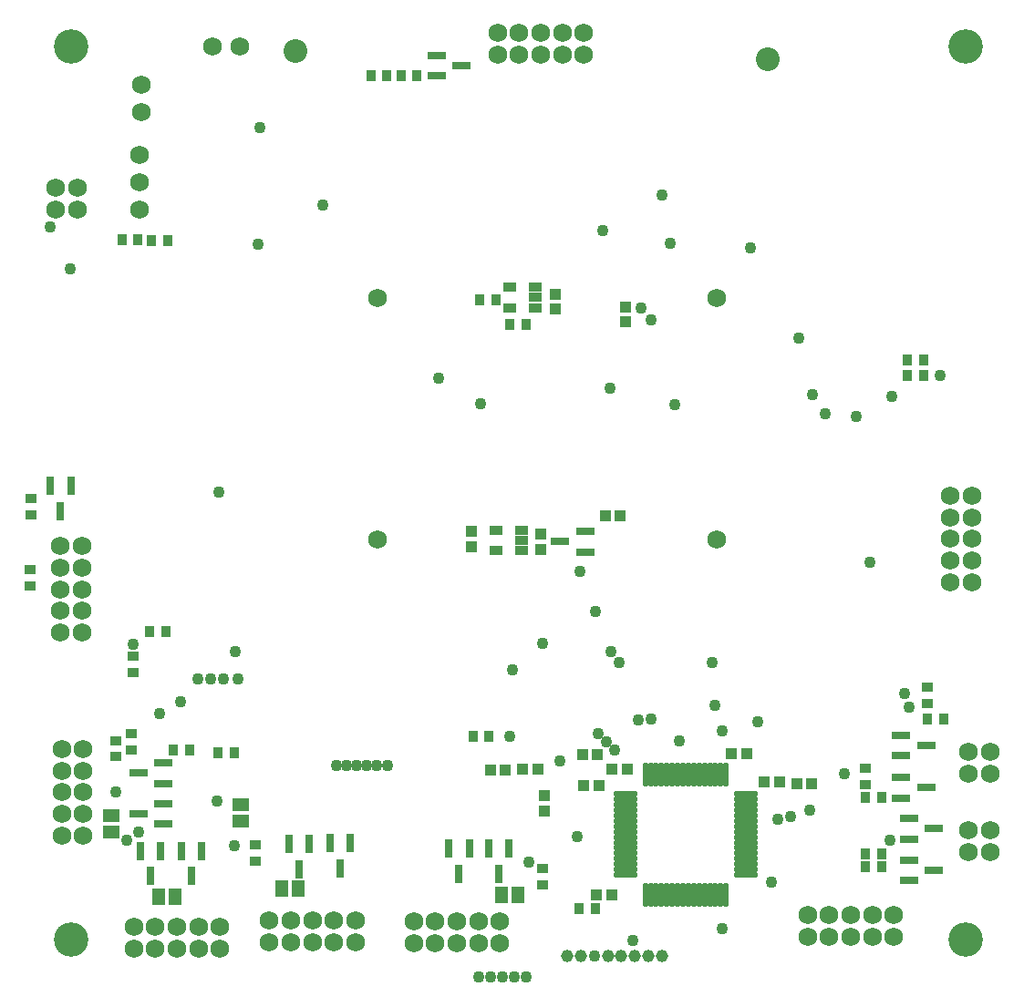
<source format=gbr>
%TF.GenerationSoftware,Altium Limited,Altium Designer,18.1.7 (191)*%
G04 Layer_Color=16711935*
%FSLAX45Y45*%
%MOMM*%
%TF.FileFunction,Soldermask,Bot*%
%TF.Part,Single*%
G01*
G75*
%TA.AperFunction,SMDPad,CuDef*%
%ADD76R,1.65320X0.80320*%
%ADD77R,1.60320X1.30320*%
%ADD78R,0.80320X1.65320*%
%ADD79R,1.10320X0.90320*%
%ADD80R,1.30320X1.60320*%
%ADD81O,2.30320X0.50320*%
%ADD82O,0.50320X2.30320*%
%ADD83R,0.90320X1.10320*%
%ADD84R,1.30320X0.85320*%
%ADD85R,1.00320X1.10320*%
%ADD86R,1.10320X1.00320*%
%TA.AperFunction,ViaPad*%
%ADD87C,3.20320*%
%TA.AperFunction,ComponentPad*%
%ADD88C,1.72720*%
%TA.AperFunction,ViaPad*%
%ADD89C,2.20320*%
%TA.AperFunction,ComponentPad*%
%ADD90C,1.15320*%
%ADD91C,1.10320*%
%TA.AperFunction,ViaPad*%
%ADD92C,1.10320*%
D76*
X2752501Y3299998D02*
D03*
X2987502Y3205002D02*
D03*
Y3395000D02*
D03*
Y3774999D02*
D03*
Y3585002D02*
D03*
X2752501Y3679998D02*
D03*
X10142499Y3162498D02*
D03*
X9907499Y3257499D02*
D03*
Y3067502D02*
D03*
X10067498Y3937498D02*
D03*
X9832503Y4032499D02*
D03*
Y3842502D02*
D03*
X5755000Y10252502D02*
D03*
X5519999Y10347498D02*
D03*
Y10157501D02*
D03*
X6669999Y5830001D02*
D03*
X6905000Y5735000D02*
D03*
Y5925002D02*
D03*
X10067498Y3545002D02*
D03*
X9832503Y3639998D02*
D03*
Y3450001D02*
D03*
X10142499Y2777500D02*
D03*
X9907499Y2872501D02*
D03*
Y2682499D02*
D03*
D77*
X2497501Y3135000D02*
D03*
Y3285002D02*
D03*
X3707501Y3382503D02*
D03*
Y3232501D02*
D03*
D78*
X2867503Y2722499D02*
D03*
X2962499Y2957500D02*
D03*
X2772501D02*
D03*
X3245002Y2722499D02*
D03*
X3339998Y2957500D02*
D03*
X3150001D02*
D03*
X4529999Y3032501D02*
D03*
X4720001D02*
D03*
X4625000Y2797500D02*
D03*
X6005002Y2979999D02*
D03*
X6194999D02*
D03*
X6099998Y2744998D02*
D03*
X4152499Y3019999D02*
D03*
X4342501D02*
D03*
X4247500Y2784998D02*
D03*
X2029998Y6112500D02*
D03*
X2125000Y6347501D02*
D03*
X1935002D02*
D03*
X5635000Y2979999D02*
D03*
X5825002D02*
D03*
X5730001Y2744998D02*
D03*
D79*
X3837498Y3010002D02*
D03*
Y2859999D02*
D03*
X6507500Y2792501D02*
D03*
Y2642499D02*
D03*
X2684998Y4047500D02*
D03*
Y3897498D02*
D03*
X9505000Y3574999D02*
D03*
Y3725001D02*
D03*
X1749999Y5567502D02*
D03*
Y5417500D02*
D03*
X2547498Y3832499D02*
D03*
Y3982502D02*
D03*
X1760002Y6082502D02*
D03*
Y6232500D02*
D03*
X2704998Y4615002D02*
D03*
Y4764999D02*
D03*
X10080000Y4475002D02*
D03*
Y4325000D02*
D03*
D80*
X3095001Y2532498D02*
D03*
X2944999D02*
D03*
X6277498Y2550003D02*
D03*
X6127501D02*
D03*
X4085001Y2604846D02*
D03*
X4234998D02*
D03*
D81*
X8395000Y3434999D02*
D03*
Y3485002D02*
D03*
Y3335000D02*
D03*
Y3385002D02*
D03*
Y3135000D02*
D03*
Y3185003D02*
D03*
Y3084998D02*
D03*
Y3285002D02*
D03*
Y3235000D02*
D03*
Y2984998D02*
D03*
Y3035000D02*
D03*
Y2784998D02*
D03*
Y2835001D02*
D03*
Y2735001D02*
D03*
Y2935000D02*
D03*
Y2884998D02*
D03*
X7275002Y3485002D02*
D03*
Y3434999D02*
D03*
Y3235000D02*
D03*
Y3285002D02*
D03*
Y3185003D02*
D03*
Y3385002D02*
D03*
Y3335000D02*
D03*
Y2984998D02*
D03*
Y3035000D02*
D03*
Y2935000D02*
D03*
Y3135000D02*
D03*
Y3084998D02*
D03*
Y2884998D02*
D03*
Y2835001D02*
D03*
Y2784998D02*
D03*
Y2735001D02*
D03*
D82*
X8210001Y3670000D02*
D03*
X8159999D02*
D03*
X8059999D02*
D03*
X8010002D02*
D03*
X8110002D02*
D03*
X7910002D02*
D03*
X7959999D02*
D03*
X7860000D02*
D03*
X7810002D02*
D03*
X7760000D02*
D03*
X7910002Y2550003D02*
D03*
X7860000D02*
D03*
X7959999D02*
D03*
X7760000D02*
D03*
X7810002D02*
D03*
X8159999D02*
D03*
X8110002D02*
D03*
X8210001D02*
D03*
X8010002D02*
D03*
X8059999D02*
D03*
X7660000Y3670000D02*
D03*
X7610003D02*
D03*
X7710002D02*
D03*
X7460000D02*
D03*
X7560000D02*
D03*
X7509998D02*
D03*
X7660000Y2550003D02*
D03*
X7710002D02*
D03*
X7560000D02*
D03*
X7509998D02*
D03*
X7610003D02*
D03*
X7460000D02*
D03*
D83*
X3077500Y3894999D02*
D03*
X3227502D02*
D03*
X6010001Y4025001D02*
D03*
X5859998D02*
D03*
X3492500Y3870000D02*
D03*
X3642502D02*
D03*
X9502501Y2930002D02*
D03*
X9652498D02*
D03*
X5062499Y10157501D02*
D03*
X4912502D02*
D03*
X3027502Y8630001D02*
D03*
X2877500D02*
D03*
X2750002Y8632500D02*
D03*
X2600000D02*
D03*
X9505000Y3452500D02*
D03*
X9655002D02*
D03*
X5190002Y10157501D02*
D03*
X5339999D02*
D03*
X9507499Y2807503D02*
D03*
X9657502D02*
D03*
X6074999Y8079999D02*
D03*
X5925002D02*
D03*
X6202502Y7850002D02*
D03*
X6352499D02*
D03*
X6847500Y2417501D02*
D03*
X6997502D02*
D03*
X9895002Y7520000D02*
D03*
X10044999D02*
D03*
X9895002Y7372502D02*
D03*
X10044999D02*
D03*
X3010002Y4997501D02*
D03*
X2859999D02*
D03*
X10230002Y4180002D02*
D03*
X10080000D02*
D03*
D84*
X6074999Y5937499D02*
D03*
Y5747502D02*
D03*
X6314999D02*
D03*
Y5842498D02*
D03*
Y5937499D02*
D03*
X6197498Y8195000D02*
D03*
Y8004998D02*
D03*
X6437498D02*
D03*
Y8099999D02*
D03*
Y8195000D02*
D03*
D85*
X8259999Y3862502D02*
D03*
X8399998D02*
D03*
X6019998Y3705001D02*
D03*
X6159998D02*
D03*
X7227499Y6070001D02*
D03*
X7087499D02*
D03*
X8565002Y3594999D02*
D03*
X8705002D02*
D03*
X9005001Y3582502D02*
D03*
X8865001D02*
D03*
X6320003Y3717498D02*
D03*
X6460002D02*
D03*
X6887500Y3562502D02*
D03*
X7027499D02*
D03*
X7147499Y2549997D02*
D03*
X7007499D02*
D03*
X7015002Y3854999D02*
D03*
X6874998D02*
D03*
X7289998Y3714999D02*
D03*
X7149998D02*
D03*
D86*
X6522502Y3470001D02*
D03*
Y3330001D02*
D03*
X7272498Y8012501D02*
D03*
Y7872501D02*
D03*
X5844997Y5922498D02*
D03*
Y5782498D02*
D03*
X6487500Y5759999D02*
D03*
Y5899998D02*
D03*
X6627500Y8130002D02*
D03*
Y7990002D02*
D03*
D87*
X2130000Y2130000D02*
D03*
X10435001Y2132498D02*
D03*
X10435000Y10435001D02*
D03*
X2129998D02*
D03*
D88*
X3970000Y2109196D02*
D03*
Y2309195D02*
D03*
X4169999Y2109196D02*
D03*
Y2309195D02*
D03*
X4369999Y2109196D02*
D03*
Y2309195D02*
D03*
X4569998Y2109196D02*
D03*
Y2309195D02*
D03*
X4769998Y2109196D02*
D03*
Y2309195D02*
D03*
X2710002Y2049998D02*
D03*
Y2249998D02*
D03*
X2910002Y2049998D02*
D03*
Y2249998D02*
D03*
X3110001Y2049998D02*
D03*
Y2249998D02*
D03*
X3310001Y2049998D02*
D03*
Y2249998D02*
D03*
X3510001Y2049998D02*
D03*
Y2249998D02*
D03*
X2240001Y3102498D02*
D03*
X2040001D02*
D03*
X2240001Y3302498D02*
D03*
X2040001D02*
D03*
X2240001Y3502503D02*
D03*
X2040001D02*
D03*
X2240001Y3702502D02*
D03*
X2040001D02*
D03*
X2240001Y3902502D02*
D03*
X2040001D02*
D03*
X2184999Y8914999D02*
D03*
Y9114998D02*
D03*
X1985000Y8914999D02*
D03*
Y9114998D02*
D03*
X2760000Y8915999D02*
D03*
Y9169999D02*
D03*
Y9423999D02*
D03*
X8967500Y2162500D02*
D03*
Y2362500D02*
D03*
X9167500Y2162500D02*
D03*
Y2362500D02*
D03*
X9367500Y2162500D02*
D03*
Y2362500D02*
D03*
X9567499Y2162500D02*
D03*
Y2362500D02*
D03*
X9767499Y2162500D02*
D03*
Y2362500D02*
D03*
X10459999Y3147502D02*
D03*
Y2947502D02*
D03*
X10659999Y3147502D02*
D03*
Y2947502D02*
D03*
X2777500Y9824999D02*
D03*
Y10077501D02*
D03*
X2027499Y4987498D02*
D03*
Y5187498D02*
D03*
Y5587502D02*
D03*
X2227499Y5187498D02*
D03*
X2027499Y5387503D02*
D03*
X2227499Y4987498D02*
D03*
Y5387503D02*
D03*
X2027499Y5787502D02*
D03*
X2227499Y5587502D02*
D03*
Y5787502D02*
D03*
X10490002Y5455001D02*
D03*
X10290002D02*
D03*
X10490002Y5655000D02*
D03*
X10290002D02*
D03*
X10490002Y5855000D02*
D03*
X10290002D02*
D03*
X10490002Y6054999D02*
D03*
X10290002D02*
D03*
X10490002Y6254999D02*
D03*
X10290002D02*
D03*
X5310002Y2300000D02*
D03*
Y2100001D02*
D03*
X5510002Y2300000D02*
D03*
Y2100001D02*
D03*
X5710001Y2300000D02*
D03*
Y2100001D02*
D03*
X5910001Y2300000D02*
D03*
Y2100001D02*
D03*
X6110000Y2300000D02*
D03*
Y2100001D02*
D03*
X3439998Y10432501D02*
D03*
X3692500D02*
D03*
X6889999Y10557500D02*
D03*
Y10357500D02*
D03*
X6689999Y10557500D02*
D03*
Y10357500D02*
D03*
X6490000Y10557500D02*
D03*
Y10357500D02*
D03*
X6290000Y10557500D02*
D03*
Y10357500D02*
D03*
X6090001Y10557500D02*
D03*
Y10357500D02*
D03*
X10462499Y3874999D02*
D03*
Y3674999D02*
D03*
X10662498Y3874999D02*
D03*
Y3674999D02*
D03*
X8124998Y5850001D02*
D03*
Y8090002D02*
D03*
X4975001D02*
D03*
Y5850001D02*
D03*
D89*
X8594999Y10310002D02*
D03*
X4212499Y10387498D02*
D03*
D90*
X7612502Y1982500D02*
D03*
X7487498D02*
D03*
X7362500D02*
D03*
X7237501D02*
D03*
X7112498D02*
D03*
X6862501D02*
D03*
X6737502D02*
D03*
D91*
X6987499D02*
D03*
D92*
X2647498Y3052501D02*
D03*
X2755001Y3130001D02*
D03*
X3647501Y3007502D02*
D03*
X5067498Y3750000D02*
D03*
X4964999D02*
D03*
X4687499Y3747501D02*
D03*
X4782500Y3750000D02*
D03*
X4592498D02*
D03*
X4869998D02*
D03*
X8882502Y7722499D02*
D03*
X8439998Y8559998D02*
D03*
X9545000Y5642498D02*
D03*
X7145000Y4807499D02*
D03*
X7135002Y7257501D02*
D03*
X7772502Y3980002D02*
D03*
X7515001Y4182501D02*
D03*
X6377498Y2850002D02*
D03*
X1932498Y8754999D02*
D03*
X6197498Y4020002D02*
D03*
X6230000Y4637502D02*
D03*
X8990000Y3337499D02*
D03*
X7509998Y7887503D02*
D03*
X7420000Y8004998D02*
D03*
X9867499Y4417502D02*
D03*
X7344999Y2125000D02*
D03*
X6667500Y3790000D02*
D03*
X5912500Y1785000D02*
D03*
X8630001Y2664998D02*
D03*
X7395002Y4172499D02*
D03*
X5539999Y7347499D02*
D03*
X8175000Y2235002D02*
D03*
X9132499Y7020001D02*
D03*
X3867501Y8590001D02*
D03*
X3652500Y4812502D02*
D03*
X4462501Y8954999D02*
D03*
X7612502Y9047500D02*
D03*
X9010000Y7195002D02*
D03*
X9907499Y4294998D02*
D03*
X9417502Y6995003D02*
D03*
X2122500Y8362498D02*
D03*
X7217501Y4709998D02*
D03*
X3882502Y9675002D02*
D03*
X8499998Y4157502D02*
D03*
X7067499Y8722502D02*
D03*
X8107502Y4309999D02*
D03*
X8077500Y4709998D02*
D03*
X6997502Y5180000D02*
D03*
X6825000Y3087502D02*
D03*
X3487501Y3417499D02*
D03*
X2950002Y4234998D02*
D03*
X2547498Y3507501D02*
D03*
X8175000Y4069999D02*
D03*
X9735002Y3055000D02*
D03*
X6507500Y4884999D02*
D03*
X6849999Y5555000D02*
D03*
X5927501Y7115002D02*
D03*
X7735001Y7102500D02*
D03*
X8807501Y3277499D02*
D03*
X8690000Y3255000D02*
D03*
X10197501Y7372502D02*
D03*
X7690002Y8602502D02*
D03*
X3147502Y4340001D02*
D03*
X3499998Y6290000D02*
D03*
X2704998Y4877501D02*
D03*
X9745000Y7180001D02*
D03*
X6357498Y1785000D02*
D03*
X6239998D02*
D03*
X6132500D02*
D03*
X6027501D02*
D03*
X7025000Y4045001D02*
D03*
X7178751Y3898753D02*
D03*
X7102500Y3970000D02*
D03*
X9312499Y3672500D02*
D03*
X3305002Y4552498D02*
D03*
X3422498Y4555002D02*
D03*
X3542502Y4552498D02*
D03*
X3677498D02*
D03*
%TF.MD5,ff90e35e30aa5bca6d0448adb4bdcc05*%
M02*

</source>
